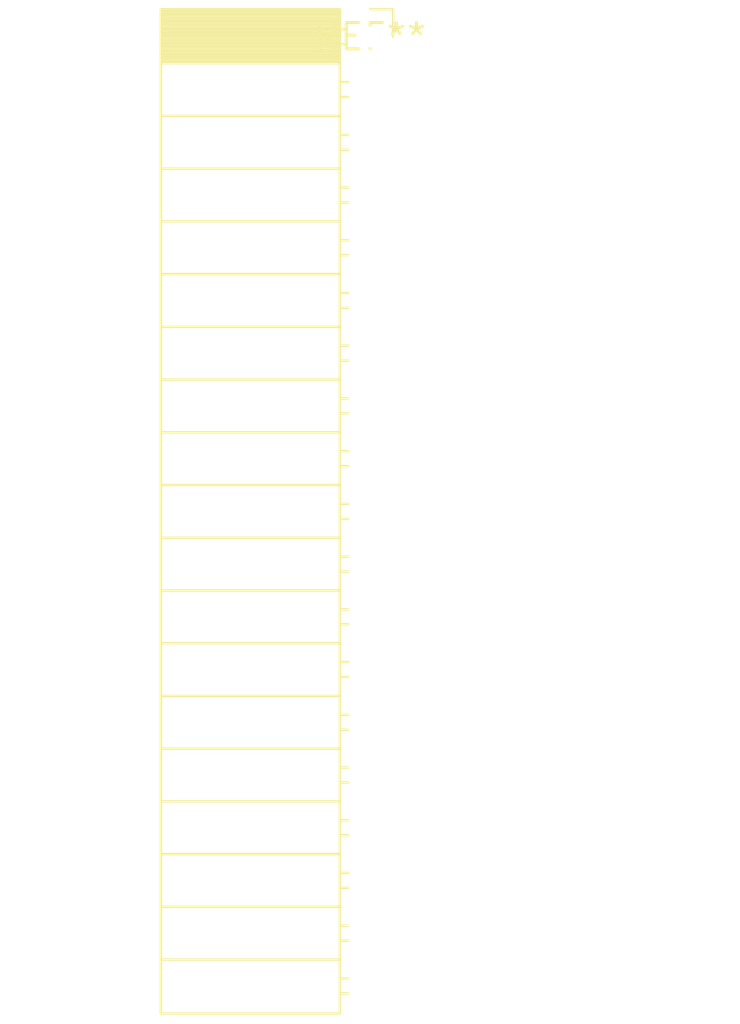
<source format=kicad_pcb>
(kicad_pcb (version 20240108) (generator pcbnew)
  (layers (0 "F.Cu" signal) (31 "B.Cu" signal) (34 "B.Paste" user) (35 "F.Paste" user) (36 "B.SilkS" user "B.Silkscreen") (37 "F.SilkS" user "F.Silkscreen") (38 "B.Mask" user) (39 "F.Mask" user) (44 "Edge.Cuts" user))
  (net 0 "")
  (footprint "PinSocket_1x19_P2.54mm_Horizontal" (layer "F.Cu") (at 0 0)
    (property "Reference" "REF**")
    (property "Value" "PinSocket_1x19_P2.54mm_Horizontal")
    (fp_line (start -10.09 -1.33) (end -10.09 47.05) (layer "F.SilkS") (stroke (width 0.12)))
    (fp_line (start -10.09 -1.33) (end -1.46 -1.33) (layer "F.SilkS") (stroke (width 0.12)))
    (fp_line (start -10.09 -1.21) (end -1.46 -1.21) (layer "F.SilkS") (stroke (width 0.12)))
    (fp_line (start -10.09 -1.091905) (end -1.46 -1.091905) (layer "F.SilkS") (stroke (width 0.12)))
    (fp_line (start -10.09 -0.97381) (end -1.46 -0.97381) (layer "F.SilkS") (stroke (width 0.12)))
    (fp_line (start -10.09 -0.855715) (end -1.46 -0.855715) (layer "F.SilkS") (stroke (width 0.12)))
    (fp_line (start -10.09 -0.73762) (end -1.46 -0.73762) (layer "F.SilkS") (stroke (width 0.12)))
    (fp_line (start -10.09 -0.619525) (end -1.46 -0.619525) (layer "F.SilkS") (stroke (width 0.12)))
    (fp_line (start -10.09 -0.50143) (end -1.46 -0.50143) (layer "F.SilkS") (stroke (width 0.12)))
    (fp_line (start -10.09 -0.383335) (end -1.46 -0.383335) (layer "F.SilkS") (stroke (width 0.12)))
    (fp_line (start -10.09 -0.26524) (end -1.46 -0.26524) (layer "F.SilkS") (stroke (width 0.12)))
    (fp_line (start -10.09 -0.147145) (end -1.46 -0.147145) (layer "F.SilkS") (stroke (width 0.12)))
    (fp_line (start -10.09 -0.02905) (end -1.46 -0.02905) (layer "F.SilkS") (stroke (width 0.12)))
    (fp_line (start -10.09 0.089045) (end -1.46 0.089045) (layer "F.SilkS") (stroke (width 0.12)))
    (fp_line (start -10.09 0.20714) (end -1.46 0.20714) (layer "F.SilkS") (stroke (width 0.12)))
    (fp_line (start -10.09 0.325235) (end -1.46 0.325235) (layer "F.SilkS") (stroke (width 0.12)))
    (fp_line (start -10.09 0.44333) (end -1.46 0.44333) (layer "F.SilkS") (stroke (width 0.12)))
    (fp_line (start -10.09 0.561425) (end -1.46 0.561425) (layer "F.SilkS") (stroke (width 0.12)))
    (fp_line (start -10.09 0.67952) (end -1.46 0.67952) (layer "F.SilkS") (stroke (width 0.12)))
    (fp_line (start -10.09 0.797615) (end -1.46 0.797615) (layer "F.SilkS") (stroke (width 0.12)))
    (fp_line (start -10.09 0.91571) (end -1.46 0.91571) (layer "F.SilkS") (stroke (width 0.12)))
    (fp_line (start -10.09 1.033805) (end -1.46 1.033805) (layer "F.SilkS") (stroke (width 0.12)))
    (fp_line (start -10.09 1.1519) (end -1.46 1.1519) (layer "F.SilkS") (stroke (width 0.12)))
    (fp_line (start -10.09 1.27) (end -1.46 1.27) (layer "F.SilkS") (stroke (width 0.12)))
    (fp_line (start -10.09 3.81) (end -1.46 3.81) (layer "F.SilkS") (stroke (width 0.12)))
    (fp_line (start -10.09 6.35) (end -1.46 6.35) (layer "F.SilkS") (stroke (width 0.12)))
    (fp_line (start -10.09 8.89) (end -1.46 8.89) (layer "F.SilkS") (stroke (width 0.12)))
    (fp_line (start -10.09 11.43) (end -1.46 11.43) (layer "F.SilkS") (stroke (width 0.12)))
    (fp_line (start -10.09 13.97) (end -1.46 13.97) (layer "F.SilkS") (stroke (width 0.12)))
    (fp_line (start -10.09 16.51) (end -1.46 16.51) (layer "F.SilkS") (stroke (width 0.12)))
    (fp_line (start -10.09 19.05) (end -1.46 19.05) (layer "F.SilkS") (stroke (width 0.12)))
    (fp_line (start -10.09 21.59) (end -1.46 21.59) (layer "F.SilkS") (stroke (width 0.12)))
    (fp_line (start -10.09 24.13) (end -1.46 24.13) (layer "F.SilkS") (stroke (width 0.12)))
    (fp_line (start -10.09 26.67) (end -1.46 26.67) (layer "F.SilkS") (stroke (width 0.12)))
    (fp_line (start -10.09 29.21) (end -1.46 29.21) (layer "F.SilkS") (stroke (width 0.12)))
    (fp_line (start -10.09 31.75) (end -1.46 31.75) (layer "F.SilkS") (stroke (width 0.12)))
    (fp_line (start -10.09 34.29) (end -1.46 34.29) (layer "F.SilkS") (stroke (width 0.12)))
    (fp_line (start -10.09 36.83) (end -1.46 36.83) (layer "F.SilkS") (stroke (width 0.12)))
    (fp_line (start -10.09 39.37) (end -1.46 39.37) (layer "F.SilkS") (stroke (width 0.12)))
    (fp_line (start -10.09 41.91) (end -1.46 41.91) (layer "F.SilkS") (stroke (width 0.12)))
    (fp_line (start -10.09 44.45) (end -1.46 44.45) (layer "F.SilkS") (stroke (width 0.12)))
    (fp_line (start -10.09 47.05) (end -1.46 47.05) (layer "F.SilkS") (stroke (width 0.12)))
    (fp_line (start -1.46 -1.33) (end -1.46 47.05) (layer "F.SilkS") (stroke (width 0.12)))
    (fp_line (start -1.46 -0.36) (end -1.11 -0.36) (layer "F.SilkS") (stroke (width 0.12)))
    (fp_line (start -1.46 0.36) (end -1.11 0.36) (layer "F.SilkS") (stroke (width 0.12)))
    (fp_line (start -1.46 2.18) (end -1.05 2.18) (layer "F.SilkS") (stroke (width 0.12)))
    (fp_line (start -1.46 2.9) (end -1.05 2.9) (layer "F.SilkS") (stroke (width 0.12)))
    (fp_line (start -1.46 4.72) (end -1.05 4.72) (layer "F.SilkS") (stroke (width 0.12)))
    (fp_line (start -1.46 5.44) (end -1.05 5.44) (layer "F.SilkS") (stroke (width 0.12)))
    (fp_line (start -1.46 7.26) (end -1.05 7.26) (layer "F.SilkS") (stroke (width 0.12)))
    (fp_line (start -1.46 7.98) (end -1.05 7.98) (layer "F.SilkS") (stroke (width 0.12)))
    (fp_line (start -1.46 9.8) (end -1.05 9.8) (layer "F.SilkS") (stroke (width 0.12)))
    (fp_line (start -1.46 10.52) (end -1.05 10.52) (layer "F.SilkS") (stroke (width 0.12)))
    (fp_line (start -1.46 12.34) (end -1.05 12.34) (layer "F.SilkS") (stroke (width 0.12)))
    (fp_line (start -1.46 13.06) (end -1.05 13.06) (layer "F.SilkS") (stroke (width 0.12)))
    (fp_line (start -1.46 14.88) (end -1.05 14.88) (layer "F.SilkS") (stroke (width 0.12)))
    (fp_line (start -1.46 15.6) (end -1.05 15.6) (layer "F.SilkS") (stroke (width 0.12)))
    (fp_line (start -1.46 17.42) (end -1.05 17.42) (layer "F.SilkS") (stroke (width 0.12)))
    (fp_line (start -1.46 18.14) (end -1.05 18.14) (layer "F.SilkS") (stroke (width 0.12)))
    (fp_line (start -1.46 19.96) (end -1.05 19.96) (layer "F.SilkS") (stroke (width 0.12)))
    (fp_line (start -1.46 20.68) (end -1.05 20.68) (layer "F.SilkS") (stroke (width 0.12)))
    (fp_line (start -1.46 22.5) (end -1.05 22.5) (layer "F.SilkS") (stroke (width 0.12)))
    (fp_line (start -1.46 23.22) (end -1.05 23.22) (layer "F.SilkS") (stroke (width 0.12)))
    (fp_line (start -1.46 25.04) (end -1.05 25.04) (layer "F.SilkS") (stroke (width 0.12)))
    (fp_line (start -1.46 25.76) (end -1.05 25.76) (layer "F.SilkS") (stroke (width 0.12)))
    (fp_line (start -1.46 27.58) (end -1.05 27.58) (layer "F.SilkS") (stroke (width 0.12)))
    (fp_line (start -1.46 28.3) (end -1.05 28.3) (layer "F.SilkS") (stroke (width 0.12)))
    (fp_line (start -1.46 30.12) (end -1.05 30.12) (layer "F.SilkS") (stroke (width 0.12)))
    (fp_line (start -1.46 30.84) (end -1.05 30.84) (layer "F.SilkS") (stroke (width 0.12)))
    (fp_line (start -1.46 32.66) (end -1.05 32.66) (layer "F.SilkS") (stroke (width 0.12)))
    (fp_line (start -1.46 33.38) (end -1.05 33.38) (layer "F.SilkS") (stroke (width 0.12)))
    (fp_line (start -1.46 35.2) (end -1.05 35.2) (layer "F.SilkS") (stroke (width 0.12)))
    (fp_line (start -1.46 35.92) (end -1.05 35.92) (layer "F.SilkS") (stroke (width 0.12)))
    (fp_line (start -1.46 37.74) (end -1.05 37.74) (layer "F.SilkS") (stroke (width 0.12)))
    (fp_line (start -1.46 38.46) (end -1.05 38.46) (layer "F.SilkS") (stroke (width 0.12)))
    (fp_line (start -1.46 40.28) (end -1.05 40.28) (layer "F.SilkS") (stroke (width 0.12)))
    (fp_line (start -1.46 41) (end -1.05 41) (layer "F.SilkS") (stroke (width 0.12)))
    (fp_line (start -1.46 42.82) (end -1.05 42.82) (layer "F.SilkS") (stroke (width 0.12)))
    (fp_line (start -1.46 43.54) (end -1.05 43.54) (layer "F.SilkS") (stroke (width 0.12)))
    (fp_line (start -1.46 45.36) (end -1.05 45.36) (layer "F.SilkS") (stroke (width 0.12)))
    (fp_line (start -1.46 46.08) (end -1.05 46.08) (layer "F.SilkS") (stroke (width 0.12)))
    (fp_line (start 0 -1.33) (end 1.11 -1.33) (layer "F.SilkS") (stroke (width 0.12)))
    (fp_line (start 1.11 -1.33) (end 1.11 0) (layer "F.SilkS") (stroke (width 0.12)))
    (pad "1" thru_hole rect (at 0 0) (size 1.7 1.7) (drill 1) (layers *.Cu *.Mask) (remove_unused_layers))
    (pad "2" thru_hole oval (at 0 2.54) (size 1.7 1.7) (drill 1) (layers *.Cu *.Mask) (remove_unused_layers))
    (pad "3" thru_hole oval (at 0 5.08) (size 1.7 1.7) (drill 1) (layers *.Cu *.Mask) (remove_unused_layers))
    (pad "4" thru_hole oval (at 0 7.62) (size 1.7 1.7) (drill 1) (layers *.Cu *.Mask) (remove_unused_layers))
    (pad "5" thru_hole oval (at 0 10.16) (size 1.7 1.7) (drill 1) (layers *.Cu *.Mask) (remove_unused_layers))
    (pad "6" thru_hole oval (at 0 12.7) (size 1.7 1.7) (drill 1) (layers *.Cu *.Mask) (remove_unused_layers))
    (pad "7" thru_hole oval (at 0 15.24) (size 1.7 1.7) (drill 1) (layers *.Cu *.Mask) (remove_unused_layers))
    (pad "8" thru_hole oval (at 0 17.78) (size 1.7 1.7) (drill 1) (layers *.Cu *.Mask) (remove_unused_layers))
    (pad "9" thru_hole oval (at 0 20.32) (size 1.7 1.7) (drill 1) (layers *.Cu *.Mask) (remove_unused_layers))
    (pad "10" thru_hole oval (at 0 22.86) (size 1.7 1.7) (drill 1) (layers *.Cu *.Mask) (remove_unused_layers))
    (pad "11" thru_hole oval (at 0 25.4) (size 1.7 1.7) (drill 1) (layers *.Cu *.Mask) (remove_unused_layers))
    (pad "12" thru_hole oval (at 0 27.94) (size 1.7 1.7) (drill 1) (layers *.Cu *.Mask) (remove_unused_layers))
    (pad "13" thru_hole oval (at 0 30.48) (size 1.7 1.7) (drill 1) (layers *.Cu *.Mask) (remove_unused_layers))
    (pad "14" thru_hole oval (at 0 33.02) (size 1.7 1.7) (drill 1) (layers *.Cu *.Mask) (remove_unused_layers))
    (pad "15" thru_hole oval (at 0 35.56) (size 1.7 1.7) (drill 1) (layers *.Cu *.Mask) (remove_unused_layers))
    (pad "16" thru_hole oval (at 0 38.1) (size 1.7 1.7) (drill 1) (layers *.Cu *.Mask) (remove_unused_layers))
    (pad "17" thru_hole oval (at 0 40.64) (size 1.7 1.7) (drill 1) (layers *.Cu *.Mask) (remove_unused_layers))
    (pad "18" thru_hole oval (at 0 43.18) (size 1.7 1.7) (drill 1) (layers *.Cu *.Mask) (remove_unused_layers))
    (pad "19" thru_hole oval (at 0 45.72) (size 1.7 1.7) (drill 1) (layers *.Cu *.Mask) (remove_unused_layers))
  )
)
</source>
